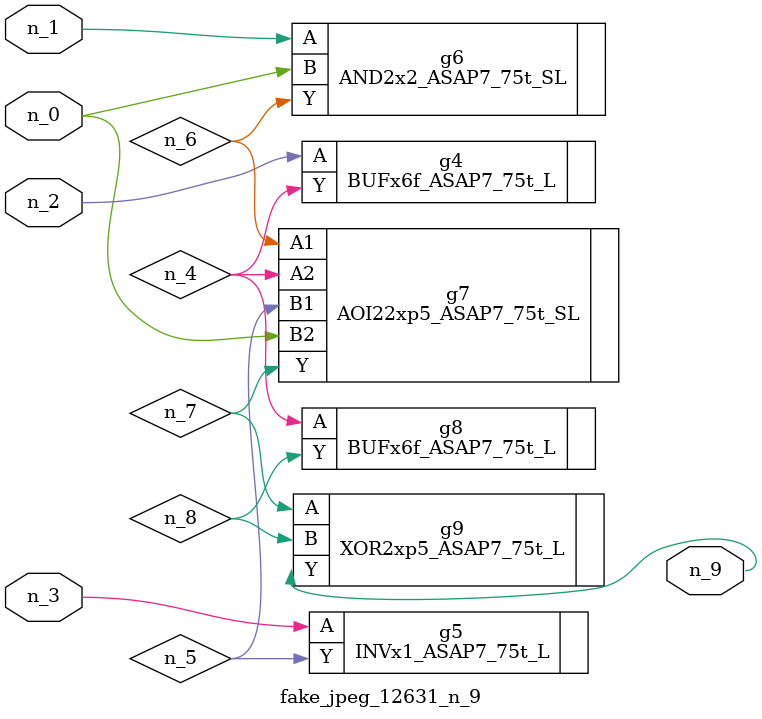
<source format=v>
module fake_jpeg_12631_n_9 (n_0, n_3, n_2, n_1, n_9);

input n_0;
input n_3;
input n_2;
input n_1;

output n_9;

wire n_4;
wire n_8;
wire n_6;
wire n_5;
wire n_7;

BUFx6f_ASAP7_75t_L g4 ( 
.A(n_2),
.Y(n_4)
);

INVx1_ASAP7_75t_L g5 ( 
.A(n_3),
.Y(n_5)
);

AND2x2_ASAP7_75t_SL g6 ( 
.A(n_1),
.B(n_0),
.Y(n_6)
);

AOI22xp5_ASAP7_75t_SL g7 ( 
.A1(n_6),
.A2(n_4),
.B1(n_5),
.B2(n_0),
.Y(n_7)
);

XOR2xp5_ASAP7_75t_L g9 ( 
.A(n_7),
.B(n_8),
.Y(n_9)
);

BUFx6f_ASAP7_75t_L g8 ( 
.A(n_4),
.Y(n_8)
);


endmodule
</source>
